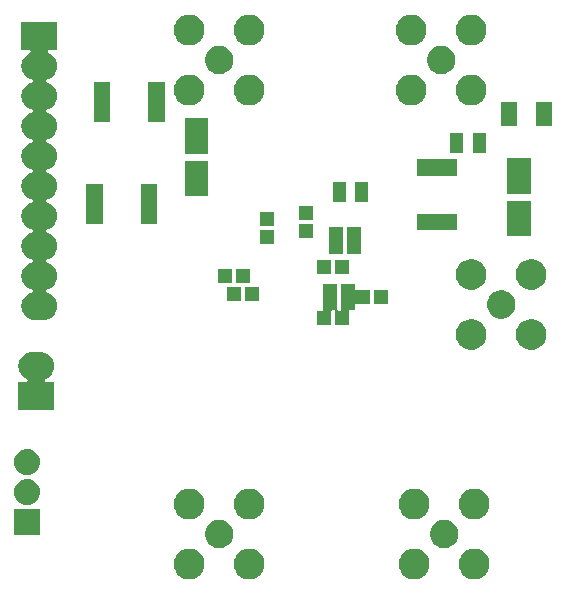
<source format=gbr>
G04 #@! TF.GenerationSoftware,KiCad,Pcbnew,5.0.2-bee76a0~70~ubuntu18.04.1*
G04 #@! TF.CreationDate,2019-01-26T17:59:04+01:00*
G04 #@! TF.ProjectId,adf5355,61646635-3335-4352-9e6b-696361645f70,rev?*
G04 #@! TF.SameCoordinates,Original*
G04 #@! TF.FileFunction,Soldermask,Bot*
G04 #@! TF.FilePolarity,Negative*
%FSLAX46Y46*%
G04 Gerber Fmt 4.6, Leading zero omitted, Abs format (unit mm)*
G04 Created by KiCad (PCBNEW 5.0.2-bee76a0~70~ubuntu18.04.1) date lör 26 jan 2019 17:59:04*
%MOMM*%
%LPD*%
G01*
G04 APERTURE LIST*
%ADD10C,0.100000*%
G04 APERTURE END LIST*
D10*
G36*
X106043196Y-124225958D02*
X106279780Y-124323954D01*
X106492705Y-124466226D01*
X106673774Y-124647295D01*
X106816046Y-124860220D01*
X106914042Y-125096804D01*
X106964000Y-125347960D01*
X106964000Y-125604040D01*
X106914042Y-125855196D01*
X106816046Y-126091780D01*
X106673774Y-126304705D01*
X106492705Y-126485774D01*
X106279780Y-126628046D01*
X106043196Y-126726042D01*
X105792040Y-126776000D01*
X105535960Y-126776000D01*
X105284804Y-126726042D01*
X105048220Y-126628046D01*
X104835295Y-126485774D01*
X104654226Y-126304705D01*
X104511954Y-126091780D01*
X104413958Y-125855196D01*
X104364000Y-125604040D01*
X104364000Y-125347960D01*
X104413958Y-125096804D01*
X104511954Y-124860220D01*
X104654226Y-124647295D01*
X104835295Y-124466226D01*
X105048220Y-124323954D01*
X105284804Y-124225958D01*
X105535960Y-124176000D01*
X105792040Y-124176000D01*
X106043196Y-124225958D01*
X106043196Y-124225958D01*
G37*
G36*
X120013196Y-124225958D02*
X120249780Y-124323954D01*
X120462705Y-124466226D01*
X120643774Y-124647295D01*
X120786046Y-124860220D01*
X120884042Y-125096804D01*
X120934000Y-125347960D01*
X120934000Y-125604040D01*
X120884042Y-125855196D01*
X120786046Y-126091780D01*
X120643774Y-126304705D01*
X120462705Y-126485774D01*
X120249780Y-126628046D01*
X120013196Y-126726042D01*
X119762040Y-126776000D01*
X119505960Y-126776000D01*
X119254804Y-126726042D01*
X119018220Y-126628046D01*
X118805295Y-126485774D01*
X118624226Y-126304705D01*
X118481954Y-126091780D01*
X118383958Y-125855196D01*
X118334000Y-125604040D01*
X118334000Y-125347960D01*
X118383958Y-125096804D01*
X118481954Y-124860220D01*
X118624226Y-124647295D01*
X118805295Y-124466226D01*
X119018220Y-124323954D01*
X119254804Y-124225958D01*
X119505960Y-124176000D01*
X119762040Y-124176000D01*
X120013196Y-124225958D01*
X120013196Y-124225958D01*
G37*
G36*
X125093196Y-124225958D02*
X125329780Y-124323954D01*
X125542705Y-124466226D01*
X125723774Y-124647295D01*
X125866046Y-124860220D01*
X125964042Y-125096804D01*
X126014000Y-125347960D01*
X126014000Y-125604040D01*
X125964042Y-125855196D01*
X125866046Y-126091780D01*
X125723774Y-126304705D01*
X125542705Y-126485774D01*
X125329780Y-126628046D01*
X125093196Y-126726042D01*
X124842040Y-126776000D01*
X124585960Y-126776000D01*
X124334804Y-126726042D01*
X124098220Y-126628046D01*
X123885295Y-126485774D01*
X123704226Y-126304705D01*
X123561954Y-126091780D01*
X123463958Y-125855196D01*
X123414000Y-125604040D01*
X123414000Y-125347960D01*
X123463958Y-125096804D01*
X123561954Y-124860220D01*
X123704226Y-124647295D01*
X123885295Y-124466226D01*
X124098220Y-124323954D01*
X124334804Y-124225958D01*
X124585960Y-124176000D01*
X124842040Y-124176000D01*
X125093196Y-124225958D01*
X125093196Y-124225958D01*
G37*
G36*
X100963196Y-124225958D02*
X101199780Y-124323954D01*
X101412705Y-124466226D01*
X101593774Y-124647295D01*
X101736046Y-124860220D01*
X101834042Y-125096804D01*
X101884000Y-125347960D01*
X101884000Y-125604040D01*
X101834042Y-125855196D01*
X101736046Y-126091780D01*
X101593774Y-126304705D01*
X101412705Y-126485774D01*
X101199780Y-126628046D01*
X100963196Y-126726042D01*
X100712040Y-126776000D01*
X100455960Y-126776000D01*
X100204804Y-126726042D01*
X99968220Y-126628046D01*
X99755295Y-126485774D01*
X99574226Y-126304705D01*
X99431954Y-126091780D01*
X99333958Y-125855196D01*
X99284000Y-125604040D01*
X99284000Y-125347960D01*
X99333958Y-125096804D01*
X99431954Y-124860220D01*
X99574226Y-124647295D01*
X99755295Y-124466226D01*
X99968220Y-124323954D01*
X100204804Y-124225958D01*
X100455960Y-124176000D01*
X100712040Y-124176000D01*
X100963196Y-124225958D01*
X100963196Y-124225958D01*
G37*
G36*
X122524026Y-121782115D02*
X122742412Y-121872573D01*
X122938958Y-122003901D01*
X123106099Y-122171042D01*
X123237427Y-122367588D01*
X123327885Y-122585974D01*
X123374000Y-122817809D01*
X123374000Y-123054191D01*
X123327885Y-123286026D01*
X123237427Y-123504412D01*
X123106099Y-123700958D01*
X122938958Y-123868099D01*
X122742412Y-123999427D01*
X122524026Y-124089885D01*
X122292191Y-124136000D01*
X122055809Y-124136000D01*
X121823974Y-124089885D01*
X121605588Y-123999427D01*
X121409042Y-123868099D01*
X121241901Y-123700958D01*
X121110573Y-123504412D01*
X121020115Y-123286026D01*
X120974000Y-123054191D01*
X120974000Y-122817809D01*
X121020115Y-122585974D01*
X121110573Y-122367588D01*
X121241901Y-122171042D01*
X121409042Y-122003901D01*
X121605588Y-121872573D01*
X121823974Y-121782115D01*
X122055809Y-121736000D01*
X122292191Y-121736000D01*
X122524026Y-121782115D01*
X122524026Y-121782115D01*
G37*
G36*
X103474026Y-121782115D02*
X103692412Y-121872573D01*
X103888958Y-122003901D01*
X104056099Y-122171042D01*
X104187427Y-122367588D01*
X104277885Y-122585974D01*
X104324000Y-122817809D01*
X104324000Y-123054191D01*
X104277885Y-123286026D01*
X104187427Y-123504412D01*
X104056099Y-123700958D01*
X103888958Y-123868099D01*
X103692412Y-123999427D01*
X103474026Y-124089885D01*
X103242191Y-124136000D01*
X103005809Y-124136000D01*
X102773974Y-124089885D01*
X102555588Y-123999427D01*
X102359042Y-123868099D01*
X102191901Y-123700958D01*
X102060573Y-123504412D01*
X101970115Y-123286026D01*
X101924000Y-123054191D01*
X101924000Y-122817809D01*
X101970115Y-122585974D01*
X102060573Y-122367588D01*
X102191901Y-122171042D01*
X102359042Y-122003901D01*
X102555588Y-121872573D01*
X102773974Y-121782115D01*
X103005809Y-121736000D01*
X103242191Y-121736000D01*
X103474026Y-121782115D01*
X103474026Y-121782115D01*
G37*
G36*
X87968000Y-123020000D02*
X85768000Y-123020000D01*
X85768000Y-120820000D01*
X87968000Y-120820000D01*
X87968000Y-123020000D01*
X87968000Y-123020000D01*
G37*
G36*
X125093196Y-119145958D02*
X125329780Y-119243954D01*
X125542705Y-119386226D01*
X125723774Y-119567295D01*
X125866046Y-119780220D01*
X125964042Y-120016804D01*
X126014000Y-120267960D01*
X126014000Y-120524040D01*
X125964042Y-120775196D01*
X125866046Y-121011780D01*
X125723774Y-121224705D01*
X125542705Y-121405774D01*
X125329780Y-121548046D01*
X125093196Y-121646042D01*
X124842040Y-121696000D01*
X124585960Y-121696000D01*
X124334804Y-121646042D01*
X124098220Y-121548046D01*
X123885295Y-121405774D01*
X123704226Y-121224705D01*
X123561954Y-121011780D01*
X123463958Y-120775196D01*
X123414000Y-120524040D01*
X123414000Y-120267960D01*
X123463958Y-120016804D01*
X123561954Y-119780220D01*
X123704226Y-119567295D01*
X123885295Y-119386226D01*
X124098220Y-119243954D01*
X124334804Y-119145958D01*
X124585960Y-119096000D01*
X124842040Y-119096000D01*
X125093196Y-119145958D01*
X125093196Y-119145958D01*
G37*
G36*
X120013196Y-119145958D02*
X120249780Y-119243954D01*
X120462705Y-119386226D01*
X120643774Y-119567295D01*
X120786046Y-119780220D01*
X120884042Y-120016804D01*
X120934000Y-120267960D01*
X120934000Y-120524040D01*
X120884042Y-120775196D01*
X120786046Y-121011780D01*
X120643774Y-121224705D01*
X120462705Y-121405774D01*
X120249780Y-121548046D01*
X120013196Y-121646042D01*
X119762040Y-121696000D01*
X119505960Y-121696000D01*
X119254804Y-121646042D01*
X119018220Y-121548046D01*
X118805295Y-121405774D01*
X118624226Y-121224705D01*
X118481954Y-121011780D01*
X118383958Y-120775196D01*
X118334000Y-120524040D01*
X118334000Y-120267960D01*
X118383958Y-120016804D01*
X118481954Y-119780220D01*
X118624226Y-119567295D01*
X118805295Y-119386226D01*
X119018220Y-119243954D01*
X119254804Y-119145958D01*
X119505960Y-119096000D01*
X119762040Y-119096000D01*
X120013196Y-119145958D01*
X120013196Y-119145958D01*
G37*
G36*
X100963196Y-119145958D02*
X101199780Y-119243954D01*
X101412705Y-119386226D01*
X101593774Y-119567295D01*
X101736046Y-119780220D01*
X101834042Y-120016804D01*
X101884000Y-120267960D01*
X101884000Y-120524040D01*
X101834042Y-120775196D01*
X101736046Y-121011780D01*
X101593774Y-121224705D01*
X101412705Y-121405774D01*
X101199780Y-121548046D01*
X100963196Y-121646042D01*
X100712040Y-121696000D01*
X100455960Y-121696000D01*
X100204804Y-121646042D01*
X99968220Y-121548046D01*
X99755295Y-121405774D01*
X99574226Y-121224705D01*
X99431954Y-121011780D01*
X99333958Y-120775196D01*
X99284000Y-120524040D01*
X99284000Y-120267960D01*
X99333958Y-120016804D01*
X99431954Y-119780220D01*
X99574226Y-119567295D01*
X99755295Y-119386226D01*
X99968220Y-119243954D01*
X100204804Y-119145958D01*
X100455960Y-119096000D01*
X100712040Y-119096000D01*
X100963196Y-119145958D01*
X100963196Y-119145958D01*
G37*
G36*
X106043196Y-119145958D02*
X106279780Y-119243954D01*
X106492705Y-119386226D01*
X106673774Y-119567295D01*
X106816046Y-119780220D01*
X106914042Y-120016804D01*
X106964000Y-120267960D01*
X106964000Y-120524040D01*
X106914042Y-120775196D01*
X106816046Y-121011780D01*
X106673774Y-121224705D01*
X106492705Y-121405774D01*
X106279780Y-121548046D01*
X106043196Y-121646042D01*
X105792040Y-121696000D01*
X105535960Y-121696000D01*
X105284804Y-121646042D01*
X105048220Y-121548046D01*
X104835295Y-121405774D01*
X104654226Y-121224705D01*
X104511954Y-121011780D01*
X104413958Y-120775196D01*
X104364000Y-120524040D01*
X104364000Y-120267960D01*
X104413958Y-120016804D01*
X104511954Y-119780220D01*
X104654226Y-119567295D01*
X104835295Y-119386226D01*
X105048220Y-119243954D01*
X105284804Y-119145958D01*
X105535960Y-119096000D01*
X105792040Y-119096000D01*
X106043196Y-119145958D01*
X106043196Y-119145958D01*
G37*
G36*
X87083639Y-118295916D02*
X87290986Y-118358815D01*
X87290988Y-118358816D01*
X87482084Y-118460958D01*
X87649581Y-118598419D01*
X87787042Y-118765916D01*
X87889184Y-118957012D01*
X87889185Y-118957014D01*
X87952084Y-119164361D01*
X87973322Y-119380000D01*
X87954876Y-119567295D01*
X87952084Y-119595638D01*
X87889184Y-119802988D01*
X87787042Y-119994084D01*
X87649581Y-120161581D01*
X87482084Y-120299042D01*
X87290988Y-120401184D01*
X87290986Y-120401185D01*
X87083639Y-120464084D01*
X86922038Y-120480000D01*
X86813962Y-120480000D01*
X86652361Y-120464084D01*
X86445014Y-120401185D01*
X86445012Y-120401184D01*
X86253916Y-120299042D01*
X86086419Y-120161581D01*
X85948958Y-119994084D01*
X85846816Y-119802988D01*
X85783916Y-119595638D01*
X85781125Y-119567295D01*
X85762678Y-119380000D01*
X85783916Y-119164361D01*
X85846815Y-118957014D01*
X85846816Y-118957012D01*
X85948958Y-118765916D01*
X86086419Y-118598419D01*
X86253916Y-118460958D01*
X86445012Y-118358816D01*
X86445014Y-118358815D01*
X86652361Y-118295916D01*
X86813962Y-118280000D01*
X86922038Y-118280000D01*
X87083639Y-118295916D01*
X87083639Y-118295916D01*
G37*
G36*
X87083639Y-115755916D02*
X87290986Y-115818815D01*
X87290988Y-115818816D01*
X87482084Y-115920958D01*
X87649581Y-116058419D01*
X87787042Y-116225916D01*
X87889184Y-116417012D01*
X87952084Y-116624362D01*
X87973322Y-116840000D01*
X87952084Y-117055638D01*
X87889184Y-117262988D01*
X87787042Y-117454084D01*
X87649581Y-117621581D01*
X87482084Y-117759042D01*
X87290988Y-117861184D01*
X87290986Y-117861185D01*
X87083639Y-117924084D01*
X86922038Y-117940000D01*
X86813962Y-117940000D01*
X86652361Y-117924084D01*
X86445014Y-117861185D01*
X86445012Y-117861184D01*
X86253916Y-117759042D01*
X86086419Y-117621581D01*
X85948958Y-117454084D01*
X85846816Y-117262988D01*
X85783916Y-117055638D01*
X85762678Y-116840000D01*
X85783916Y-116624362D01*
X85846816Y-116417012D01*
X85948958Y-116225916D01*
X86086419Y-116058419D01*
X86253916Y-115920958D01*
X86445012Y-115818816D01*
X86445014Y-115818815D01*
X86652361Y-115755916D01*
X86813962Y-115740000D01*
X86922038Y-115740000D01*
X87083639Y-115755916D01*
X87083639Y-115755916D01*
G37*
G36*
X88024208Y-107515473D02*
X88165241Y-107529363D01*
X88391442Y-107597981D01*
X88391444Y-107597982D01*
X88391447Y-107597983D01*
X88599910Y-107709408D01*
X88782634Y-107859366D01*
X88932592Y-108042090D01*
X89044017Y-108250553D01*
X89044018Y-108250556D01*
X89044019Y-108250558D01*
X89112637Y-108476759D01*
X89135806Y-108712000D01*
X89112637Y-108947241D01*
X89044019Y-109173442D01*
X89044017Y-109173447D01*
X88932592Y-109381910D01*
X88782634Y-109564634D01*
X88599910Y-109714592D01*
X88408766Y-109816760D01*
X88388391Y-109830374D01*
X88371064Y-109847701D01*
X88357450Y-109868075D01*
X88348073Y-109890714D01*
X88343292Y-109914748D01*
X88343292Y-109939252D01*
X88348072Y-109963285D01*
X88357450Y-109985924D01*
X88371064Y-110006299D01*
X88388391Y-110023626D01*
X88408765Y-110037240D01*
X88431404Y-110046617D01*
X88455438Y-110051398D01*
X88467690Y-110052000D01*
X89130000Y-110052000D01*
X89130000Y-112452000D01*
X86130000Y-112452000D01*
X86130000Y-110052000D01*
X86792310Y-110052000D01*
X86816696Y-110049598D01*
X86840145Y-110042485D01*
X86861756Y-110030934D01*
X86880698Y-110015388D01*
X86896244Y-109996446D01*
X86907795Y-109974835D01*
X86914908Y-109951386D01*
X86917310Y-109927000D01*
X86914908Y-109902614D01*
X86907795Y-109879165D01*
X86896244Y-109857554D01*
X86880698Y-109838612D01*
X86861756Y-109823066D01*
X86851234Y-109816760D01*
X86660090Y-109714592D01*
X86477366Y-109564634D01*
X86327408Y-109381910D01*
X86215983Y-109173447D01*
X86215981Y-109173442D01*
X86147363Y-108947241D01*
X86124194Y-108712000D01*
X86147363Y-108476759D01*
X86215981Y-108250558D01*
X86215982Y-108250556D01*
X86215983Y-108250553D01*
X86327408Y-108042090D01*
X86477366Y-107859366D01*
X86660090Y-107709408D01*
X86868553Y-107597983D01*
X86868556Y-107597982D01*
X86868558Y-107597981D01*
X87094759Y-107529363D01*
X87235792Y-107515473D01*
X87271049Y-107512000D01*
X87988951Y-107512000D01*
X88024208Y-107515473D01*
X88024208Y-107515473D01*
G37*
G36*
X129919196Y-104794958D02*
X130155780Y-104892954D01*
X130368705Y-105035226D01*
X130549774Y-105216295D01*
X130692046Y-105429220D01*
X130790042Y-105665804D01*
X130840000Y-105916960D01*
X130840000Y-106173040D01*
X130790042Y-106424196D01*
X130692046Y-106660780D01*
X130549774Y-106873705D01*
X130368705Y-107054774D01*
X130155780Y-107197046D01*
X129919196Y-107295042D01*
X129668040Y-107345000D01*
X129411960Y-107345000D01*
X129160804Y-107295042D01*
X128924220Y-107197046D01*
X128711295Y-107054774D01*
X128530226Y-106873705D01*
X128387954Y-106660780D01*
X128289958Y-106424196D01*
X128240000Y-106173040D01*
X128240000Y-105916960D01*
X128289958Y-105665804D01*
X128387954Y-105429220D01*
X128530226Y-105216295D01*
X128711295Y-105035226D01*
X128924220Y-104892954D01*
X129160804Y-104794958D01*
X129411960Y-104745000D01*
X129668040Y-104745000D01*
X129919196Y-104794958D01*
X129919196Y-104794958D01*
G37*
G36*
X124839196Y-104794958D02*
X125075780Y-104892954D01*
X125288705Y-105035226D01*
X125469774Y-105216295D01*
X125612046Y-105429220D01*
X125710042Y-105665804D01*
X125760000Y-105916960D01*
X125760000Y-106173040D01*
X125710042Y-106424196D01*
X125612046Y-106660780D01*
X125469774Y-106873705D01*
X125288705Y-107054774D01*
X125075780Y-107197046D01*
X124839196Y-107295042D01*
X124588040Y-107345000D01*
X124331960Y-107345000D01*
X124080804Y-107295042D01*
X123844220Y-107197046D01*
X123631295Y-107054774D01*
X123450226Y-106873705D01*
X123307954Y-106660780D01*
X123209958Y-106424196D01*
X123160000Y-106173040D01*
X123160000Y-105916960D01*
X123209958Y-105665804D01*
X123307954Y-105429220D01*
X123450226Y-105216295D01*
X123631295Y-105035226D01*
X123844220Y-104892954D01*
X124080804Y-104794958D01*
X124331960Y-104745000D01*
X124588040Y-104745000D01*
X124839196Y-104794958D01*
X124839196Y-104794958D01*
G37*
G36*
X113134000Y-103948000D02*
X113136402Y-103972386D01*
X113143515Y-103995835D01*
X113155066Y-104017446D01*
X113170612Y-104036388D01*
X113189554Y-104051934D01*
X113211165Y-104063485D01*
X113234614Y-104070598D01*
X113259000Y-104073000D01*
X113309000Y-104073000D01*
X113333386Y-104070598D01*
X113356835Y-104063485D01*
X113378446Y-104051934D01*
X113397388Y-104036388D01*
X113412934Y-104017446D01*
X113424485Y-103995835D01*
X113431598Y-103972386D01*
X113434000Y-103948000D01*
X113434000Y-101787000D01*
X114634000Y-101787000D01*
X114634000Y-102170000D01*
X114636402Y-102194386D01*
X114643515Y-102217835D01*
X114655066Y-102239446D01*
X114670612Y-102258388D01*
X114689554Y-102273934D01*
X114711165Y-102285485D01*
X114734614Y-102292598D01*
X114759000Y-102295000D01*
X115928000Y-102295000D01*
X115928000Y-103445000D01*
X114759000Y-103445000D01*
X114734614Y-103447402D01*
X114711165Y-103454515D01*
X114689554Y-103466066D01*
X114670612Y-103481612D01*
X114655066Y-103500554D01*
X114643515Y-103522165D01*
X114636402Y-103545614D01*
X114634000Y-103570000D01*
X114634000Y-103953000D01*
X114251000Y-103953000D01*
X114226614Y-103955402D01*
X114203165Y-103962515D01*
X114181554Y-103974066D01*
X114162612Y-103989612D01*
X114147066Y-104008554D01*
X114135515Y-104030165D01*
X114128402Y-104053614D01*
X114126000Y-104078000D01*
X114126000Y-105223000D01*
X112926000Y-105223000D01*
X112926000Y-104078000D01*
X112923598Y-104053614D01*
X112916485Y-104030165D01*
X112904934Y-104008554D01*
X112889388Y-103989612D01*
X112870446Y-103974066D01*
X112848835Y-103962515D01*
X112825386Y-103955402D01*
X112801000Y-103953000D01*
X112751000Y-103953000D01*
X112726614Y-103955402D01*
X112703165Y-103962515D01*
X112681554Y-103974066D01*
X112662612Y-103989612D01*
X112647066Y-104008554D01*
X112635515Y-104030165D01*
X112628402Y-104053614D01*
X112626000Y-104078000D01*
X112626000Y-105223000D01*
X111426000Y-105223000D01*
X111426000Y-104073000D01*
X111809000Y-104073000D01*
X111833386Y-104070598D01*
X111856835Y-104063485D01*
X111878446Y-104051934D01*
X111897388Y-104036388D01*
X111912934Y-104017446D01*
X111924485Y-103995835D01*
X111931598Y-103972386D01*
X111934000Y-103948000D01*
X111934000Y-101787000D01*
X113134000Y-101787000D01*
X113134000Y-103948000D01*
X113134000Y-103948000D01*
G37*
G36*
X89384000Y-81972000D02*
X88721690Y-81972000D01*
X88697304Y-81974402D01*
X88673855Y-81981515D01*
X88652244Y-81993066D01*
X88633302Y-82008612D01*
X88617756Y-82027554D01*
X88606205Y-82049165D01*
X88599092Y-82072614D01*
X88596690Y-82097000D01*
X88599092Y-82121386D01*
X88606205Y-82144835D01*
X88617756Y-82166446D01*
X88633302Y-82185388D01*
X88652244Y-82200934D01*
X88662766Y-82207240D01*
X88853910Y-82309408D01*
X89036634Y-82459366D01*
X89186592Y-82642090D01*
X89298017Y-82850553D01*
X89298018Y-82850556D01*
X89298019Y-82850558D01*
X89366637Y-83076759D01*
X89389806Y-83312000D01*
X89366637Y-83547241D01*
X89309346Y-83736101D01*
X89298017Y-83773447D01*
X89186592Y-83981910D01*
X89036634Y-84164634D01*
X88853910Y-84314592D01*
X88645446Y-84426018D01*
X88606034Y-84437973D01*
X88525565Y-84462384D01*
X88502929Y-84471760D01*
X88482555Y-84485374D01*
X88465228Y-84502701D01*
X88451614Y-84523075D01*
X88442236Y-84545714D01*
X88437456Y-84569748D01*
X88437456Y-84594252D01*
X88442236Y-84618285D01*
X88451614Y-84640925D01*
X88465228Y-84661299D01*
X88482555Y-84678626D01*
X88502929Y-84692240D01*
X88525565Y-84701616D01*
X88606034Y-84726027D01*
X88645446Y-84737982D01*
X88853910Y-84849408D01*
X89036634Y-84999366D01*
X89186592Y-85182090D01*
X89298017Y-85390553D01*
X89298018Y-85390556D01*
X89298019Y-85390558D01*
X89366637Y-85616759D01*
X89389806Y-85852000D01*
X89366637Y-86087241D01*
X89298019Y-86313442D01*
X89298017Y-86313447D01*
X89186592Y-86521910D01*
X89036634Y-86704634D01*
X88853910Y-86854592D01*
X88645446Y-86966018D01*
X88606034Y-86977973D01*
X88525565Y-87002384D01*
X88502929Y-87011760D01*
X88482555Y-87025374D01*
X88465228Y-87042701D01*
X88451614Y-87063075D01*
X88442236Y-87085714D01*
X88437456Y-87109748D01*
X88437456Y-87134252D01*
X88442236Y-87158285D01*
X88451614Y-87180925D01*
X88465228Y-87201299D01*
X88482555Y-87218626D01*
X88502929Y-87232240D01*
X88525565Y-87241616D01*
X88606034Y-87266027D01*
X88645446Y-87277982D01*
X88853910Y-87389408D01*
X89036634Y-87539366D01*
X89186592Y-87722090D01*
X89298017Y-87930553D01*
X89298018Y-87930556D01*
X89298019Y-87930558D01*
X89366637Y-88156759D01*
X89389806Y-88392000D01*
X89366637Y-88627241D01*
X89298019Y-88853442D01*
X89298017Y-88853447D01*
X89186592Y-89061910D01*
X89036634Y-89244634D01*
X88853910Y-89394592D01*
X88645446Y-89506018D01*
X88606034Y-89517973D01*
X88525565Y-89542384D01*
X88502929Y-89551760D01*
X88482555Y-89565374D01*
X88465228Y-89582701D01*
X88451614Y-89603075D01*
X88442236Y-89625714D01*
X88437456Y-89649748D01*
X88437456Y-89674252D01*
X88442236Y-89698285D01*
X88451614Y-89720925D01*
X88465228Y-89741299D01*
X88482555Y-89758626D01*
X88502929Y-89772240D01*
X88525565Y-89781616D01*
X88606034Y-89806027D01*
X88645446Y-89817982D01*
X88853910Y-89929408D01*
X89036634Y-90079366D01*
X89186592Y-90262090D01*
X89298017Y-90470553D01*
X89298018Y-90470556D01*
X89298019Y-90470558D01*
X89366637Y-90696759D01*
X89389806Y-90932000D01*
X89366637Y-91167241D01*
X89298019Y-91393442D01*
X89298017Y-91393447D01*
X89186592Y-91601910D01*
X89036634Y-91784634D01*
X88853910Y-91934592D01*
X88645446Y-92046018D01*
X88606034Y-92057973D01*
X88525565Y-92082384D01*
X88502929Y-92091760D01*
X88482555Y-92105374D01*
X88465228Y-92122701D01*
X88451614Y-92143075D01*
X88442236Y-92165714D01*
X88437456Y-92189748D01*
X88437456Y-92214252D01*
X88442236Y-92238285D01*
X88451614Y-92260925D01*
X88465228Y-92281299D01*
X88482555Y-92298626D01*
X88502929Y-92312240D01*
X88525565Y-92321616D01*
X88606034Y-92346027D01*
X88645446Y-92357982D01*
X88853910Y-92469408D01*
X89036634Y-92619366D01*
X89186592Y-92802090D01*
X89298017Y-93010553D01*
X89298018Y-93010556D01*
X89298019Y-93010558D01*
X89366637Y-93236759D01*
X89389806Y-93472000D01*
X89366637Y-93707241D01*
X89298019Y-93933442D01*
X89298017Y-93933447D01*
X89186592Y-94141910D01*
X89036634Y-94324634D01*
X88853910Y-94474592D01*
X88645446Y-94586018D01*
X88606034Y-94597973D01*
X88525565Y-94622384D01*
X88502929Y-94631760D01*
X88482555Y-94645374D01*
X88465228Y-94662701D01*
X88451614Y-94683075D01*
X88442236Y-94705714D01*
X88437456Y-94729748D01*
X88437456Y-94754252D01*
X88442236Y-94778285D01*
X88451614Y-94800925D01*
X88465228Y-94821299D01*
X88482555Y-94838626D01*
X88502929Y-94852240D01*
X88525565Y-94861616D01*
X88606034Y-94886027D01*
X88645446Y-94897982D01*
X88853910Y-95009408D01*
X89036634Y-95159366D01*
X89186592Y-95342090D01*
X89298017Y-95550553D01*
X89298018Y-95550556D01*
X89298019Y-95550558D01*
X89366637Y-95776759D01*
X89389806Y-96012000D01*
X89366637Y-96247241D01*
X89298019Y-96473442D01*
X89298017Y-96473447D01*
X89186592Y-96681910D01*
X89036634Y-96864634D01*
X88853910Y-97014592D01*
X88645446Y-97126018D01*
X88606034Y-97137973D01*
X88525565Y-97162384D01*
X88502929Y-97171760D01*
X88482555Y-97185374D01*
X88465228Y-97202701D01*
X88451614Y-97223075D01*
X88442236Y-97245714D01*
X88437456Y-97269748D01*
X88437456Y-97294252D01*
X88442236Y-97318285D01*
X88451614Y-97340925D01*
X88465228Y-97361299D01*
X88482555Y-97378626D01*
X88502929Y-97392240D01*
X88525565Y-97401616D01*
X88606034Y-97426027D01*
X88645446Y-97437982D01*
X88853910Y-97549408D01*
X89036634Y-97699366D01*
X89186592Y-97882090D01*
X89298017Y-98090553D01*
X89298018Y-98090556D01*
X89298019Y-98090558D01*
X89366637Y-98316759D01*
X89389806Y-98552000D01*
X89366637Y-98787241D01*
X89298019Y-99013442D01*
X89298017Y-99013447D01*
X89186592Y-99221910D01*
X89036634Y-99404634D01*
X88853910Y-99554592D01*
X88645446Y-99666018D01*
X88606034Y-99677973D01*
X88525565Y-99702384D01*
X88502929Y-99711760D01*
X88482555Y-99725374D01*
X88465228Y-99742701D01*
X88451614Y-99763075D01*
X88442236Y-99785714D01*
X88437456Y-99809748D01*
X88437456Y-99834252D01*
X88442236Y-99858285D01*
X88451614Y-99880925D01*
X88465228Y-99901299D01*
X88482555Y-99918626D01*
X88502929Y-99932240D01*
X88525565Y-99941616D01*
X88606034Y-99966027D01*
X88645446Y-99977982D01*
X88853910Y-100089408D01*
X89036634Y-100239366D01*
X89186592Y-100422090D01*
X89298017Y-100630553D01*
X89298018Y-100630556D01*
X89298019Y-100630558D01*
X89366637Y-100856759D01*
X89389806Y-101092000D01*
X89366637Y-101327241D01*
X89298019Y-101553442D01*
X89298017Y-101553447D01*
X89186592Y-101761910D01*
X89036634Y-101944634D01*
X88853910Y-102094592D01*
X88645446Y-102206018D01*
X88606490Y-102217835D01*
X88525565Y-102242384D01*
X88502929Y-102251760D01*
X88482555Y-102265374D01*
X88465228Y-102282701D01*
X88451614Y-102303075D01*
X88442236Y-102325714D01*
X88437456Y-102349748D01*
X88437456Y-102374252D01*
X88442236Y-102398285D01*
X88451614Y-102420925D01*
X88465228Y-102441299D01*
X88482555Y-102458626D01*
X88502929Y-102472240D01*
X88525565Y-102481616D01*
X88606034Y-102506027D01*
X88645446Y-102517982D01*
X88853910Y-102629408D01*
X89036634Y-102779366D01*
X89186592Y-102962090D01*
X89298017Y-103170553D01*
X89298018Y-103170556D01*
X89298019Y-103170558D01*
X89366637Y-103396759D01*
X89389806Y-103632000D01*
X89366637Y-103867241D01*
X89302703Y-104078000D01*
X89298017Y-104093447D01*
X89186592Y-104301910D01*
X89036634Y-104484634D01*
X88853910Y-104634592D01*
X88645447Y-104746017D01*
X88645444Y-104746018D01*
X88645442Y-104746019D01*
X88419241Y-104814637D01*
X88278208Y-104828527D01*
X88242951Y-104832000D01*
X87525049Y-104832000D01*
X87489792Y-104828527D01*
X87348759Y-104814637D01*
X87122558Y-104746019D01*
X87122556Y-104746018D01*
X87122553Y-104746017D01*
X86914090Y-104634592D01*
X86731366Y-104484634D01*
X86581408Y-104301910D01*
X86469983Y-104093447D01*
X86465297Y-104078000D01*
X86401363Y-103867241D01*
X86378194Y-103632000D01*
X86401363Y-103396759D01*
X86469981Y-103170558D01*
X86469982Y-103170556D01*
X86469983Y-103170553D01*
X86581408Y-102962090D01*
X86731366Y-102779366D01*
X86914090Y-102629408D01*
X87122554Y-102517982D01*
X87161966Y-102506027D01*
X87242435Y-102481616D01*
X87265071Y-102472240D01*
X87285445Y-102458626D01*
X87302772Y-102441299D01*
X87316386Y-102420925D01*
X87325764Y-102398286D01*
X87330544Y-102374252D01*
X87330544Y-102349748D01*
X87325764Y-102325715D01*
X87316386Y-102303075D01*
X87302772Y-102282701D01*
X87285445Y-102265374D01*
X87265071Y-102251760D01*
X87242435Y-102242384D01*
X87161510Y-102217835D01*
X87122554Y-102206018D01*
X86914090Y-102094592D01*
X86731366Y-101944634D01*
X86581408Y-101761910D01*
X86469983Y-101553447D01*
X86469981Y-101553442D01*
X86401363Y-101327241D01*
X86378194Y-101092000D01*
X86401363Y-100856759D01*
X86469981Y-100630558D01*
X86469982Y-100630556D01*
X86469983Y-100630553D01*
X86581408Y-100422090D01*
X86731366Y-100239366D01*
X86914090Y-100089408D01*
X87122554Y-99977982D01*
X87161966Y-99966027D01*
X87242435Y-99941616D01*
X87265071Y-99932240D01*
X87285445Y-99918626D01*
X87302772Y-99901299D01*
X87316386Y-99880925D01*
X87325764Y-99858286D01*
X87330544Y-99834252D01*
X87330544Y-99809748D01*
X87325764Y-99785715D01*
X87316386Y-99763075D01*
X87302772Y-99742701D01*
X87285445Y-99725374D01*
X87265071Y-99711760D01*
X87242435Y-99702384D01*
X87161966Y-99677973D01*
X87122554Y-99666018D01*
X86914090Y-99554592D01*
X86731366Y-99404634D01*
X86581408Y-99221910D01*
X86469983Y-99013447D01*
X86469981Y-99013442D01*
X86401363Y-98787241D01*
X86378194Y-98552000D01*
X86401363Y-98316759D01*
X86469981Y-98090558D01*
X86469982Y-98090556D01*
X86469983Y-98090553D01*
X86581408Y-97882090D01*
X86731366Y-97699366D01*
X86914090Y-97549408D01*
X87122554Y-97437982D01*
X87161966Y-97426027D01*
X87242435Y-97401616D01*
X87265071Y-97392240D01*
X87285445Y-97378626D01*
X87302772Y-97361299D01*
X87316386Y-97340925D01*
X87325764Y-97318286D01*
X87330544Y-97294252D01*
X87330544Y-97269748D01*
X87325764Y-97245715D01*
X87316386Y-97223075D01*
X87302772Y-97202701D01*
X87285445Y-97185374D01*
X87265071Y-97171760D01*
X87242435Y-97162384D01*
X87161966Y-97137973D01*
X87122554Y-97126018D01*
X86914090Y-97014592D01*
X86731366Y-96864634D01*
X86581408Y-96681910D01*
X86469983Y-96473447D01*
X86469981Y-96473442D01*
X86401363Y-96247241D01*
X86378194Y-96012000D01*
X86401363Y-95776759D01*
X86469981Y-95550558D01*
X86469982Y-95550556D01*
X86469983Y-95550553D01*
X86581408Y-95342090D01*
X86731366Y-95159366D01*
X86914090Y-95009408D01*
X87122554Y-94897982D01*
X87161966Y-94886027D01*
X87242435Y-94861616D01*
X87265071Y-94852240D01*
X87285445Y-94838626D01*
X87302772Y-94821299D01*
X87316386Y-94800925D01*
X87325764Y-94778286D01*
X87330544Y-94754252D01*
X87330544Y-94729748D01*
X87325764Y-94705715D01*
X87316386Y-94683075D01*
X87302772Y-94662701D01*
X87285445Y-94645374D01*
X87265071Y-94631760D01*
X87242435Y-94622384D01*
X87161966Y-94597973D01*
X87122554Y-94586018D01*
X86914090Y-94474592D01*
X86731366Y-94324634D01*
X86581408Y-94141910D01*
X86469983Y-93933447D01*
X86469981Y-93933442D01*
X86401363Y-93707241D01*
X86378194Y-93472000D01*
X86401363Y-93236759D01*
X86469981Y-93010558D01*
X86469982Y-93010556D01*
X86469983Y-93010553D01*
X86581408Y-92802090D01*
X86731366Y-92619366D01*
X86914090Y-92469408D01*
X87122554Y-92357982D01*
X87161966Y-92346027D01*
X87242435Y-92321616D01*
X87265071Y-92312240D01*
X87285445Y-92298626D01*
X87302772Y-92281299D01*
X87316386Y-92260925D01*
X87325764Y-92238286D01*
X87330544Y-92214252D01*
X87330544Y-92189748D01*
X87325764Y-92165715D01*
X87316386Y-92143075D01*
X87302772Y-92122701D01*
X87285445Y-92105374D01*
X87265071Y-92091760D01*
X87242435Y-92082384D01*
X87161966Y-92057973D01*
X87122554Y-92046018D01*
X86914090Y-91934592D01*
X86731366Y-91784634D01*
X86581408Y-91601910D01*
X86469983Y-91393447D01*
X86469981Y-91393442D01*
X86401363Y-91167241D01*
X86378194Y-90932000D01*
X86401363Y-90696759D01*
X86469981Y-90470558D01*
X86469982Y-90470556D01*
X86469983Y-90470553D01*
X86581408Y-90262090D01*
X86731366Y-90079366D01*
X86914090Y-89929408D01*
X87122554Y-89817982D01*
X87161966Y-89806027D01*
X87242435Y-89781616D01*
X87265071Y-89772240D01*
X87285445Y-89758626D01*
X87302772Y-89741299D01*
X87316386Y-89720925D01*
X87325764Y-89698286D01*
X87330544Y-89674252D01*
X87330544Y-89649748D01*
X87325764Y-89625715D01*
X87316386Y-89603075D01*
X87302772Y-89582701D01*
X87285445Y-89565374D01*
X87265071Y-89551760D01*
X87242435Y-89542384D01*
X87161966Y-89517973D01*
X87122554Y-89506018D01*
X86914090Y-89394592D01*
X86731366Y-89244634D01*
X86581408Y-89061910D01*
X86469983Y-88853447D01*
X86469981Y-88853442D01*
X86401363Y-88627241D01*
X86378194Y-88392000D01*
X86401363Y-88156759D01*
X86469981Y-87930558D01*
X86469982Y-87930556D01*
X86469983Y-87930553D01*
X86581408Y-87722090D01*
X86731366Y-87539366D01*
X86914090Y-87389408D01*
X87122554Y-87277982D01*
X87161966Y-87266027D01*
X87242435Y-87241616D01*
X87265071Y-87232240D01*
X87285445Y-87218626D01*
X87302772Y-87201299D01*
X87316386Y-87180925D01*
X87325764Y-87158286D01*
X87330544Y-87134252D01*
X87330544Y-87109748D01*
X87325764Y-87085715D01*
X87316386Y-87063075D01*
X87302772Y-87042701D01*
X87285445Y-87025374D01*
X87265071Y-87011760D01*
X87242435Y-87002384D01*
X87161966Y-86977973D01*
X87122554Y-86966018D01*
X86914090Y-86854592D01*
X86731366Y-86704634D01*
X86581408Y-86521910D01*
X86469983Y-86313447D01*
X86469981Y-86313442D01*
X86401363Y-86087241D01*
X86378194Y-85852000D01*
X86401363Y-85616759D01*
X86469981Y-85390558D01*
X86469982Y-85390556D01*
X86469983Y-85390553D01*
X86581408Y-85182090D01*
X86731366Y-84999366D01*
X86914090Y-84849408D01*
X87122554Y-84737982D01*
X87161966Y-84726027D01*
X87242435Y-84701616D01*
X87265071Y-84692240D01*
X87285445Y-84678626D01*
X87302772Y-84661299D01*
X87316386Y-84640925D01*
X87325764Y-84618286D01*
X87330544Y-84594252D01*
X87330544Y-84569748D01*
X87325764Y-84545715D01*
X87316386Y-84523075D01*
X87302772Y-84502701D01*
X87285445Y-84485374D01*
X87265071Y-84471760D01*
X87242435Y-84462384D01*
X87161966Y-84437973D01*
X87122554Y-84426018D01*
X86914090Y-84314592D01*
X86731366Y-84164634D01*
X86581408Y-83981910D01*
X86469983Y-83773447D01*
X86458654Y-83736101D01*
X86401363Y-83547241D01*
X86378194Y-83312000D01*
X86401363Y-83076759D01*
X86469981Y-82850558D01*
X86469982Y-82850556D01*
X86469983Y-82850553D01*
X86581408Y-82642090D01*
X86731366Y-82459366D01*
X86914090Y-82309408D01*
X87105234Y-82207240D01*
X87125609Y-82193626D01*
X87142936Y-82176299D01*
X87156550Y-82155925D01*
X87165927Y-82133286D01*
X87170708Y-82109252D01*
X87170708Y-82084748D01*
X87165928Y-82060715D01*
X87156550Y-82038076D01*
X87142936Y-82017701D01*
X87125609Y-82000374D01*
X87105235Y-81986760D01*
X87082596Y-81977383D01*
X87058562Y-81972602D01*
X87046310Y-81972000D01*
X86384000Y-81972000D01*
X86384000Y-79572000D01*
X89384000Y-79572000D01*
X89384000Y-81972000D01*
X89384000Y-81972000D01*
G37*
G36*
X127350026Y-102351115D02*
X127568412Y-102441573D01*
X127764958Y-102572901D01*
X127932099Y-102740042D01*
X128063427Y-102936588D01*
X128153885Y-103154974D01*
X128200000Y-103386809D01*
X128200000Y-103623191D01*
X128153885Y-103855026D01*
X128063427Y-104073412D01*
X127932099Y-104269958D01*
X127764958Y-104437099D01*
X127568412Y-104568427D01*
X127350026Y-104658885D01*
X127118191Y-104705000D01*
X126881809Y-104705000D01*
X126649974Y-104658885D01*
X126431588Y-104568427D01*
X126235042Y-104437099D01*
X126067901Y-104269958D01*
X125936573Y-104073412D01*
X125846115Y-103855026D01*
X125800000Y-103623191D01*
X125800000Y-103386809D01*
X125846115Y-103154974D01*
X125936573Y-102936588D01*
X126067901Y-102740042D01*
X126235042Y-102572901D01*
X126431588Y-102441573D01*
X126649974Y-102351115D01*
X126881809Y-102305000D01*
X127118191Y-102305000D01*
X127350026Y-102351115D01*
X127350026Y-102351115D01*
G37*
G36*
X117428000Y-103445000D02*
X116228000Y-103445000D01*
X116228000Y-102295000D01*
X117428000Y-102295000D01*
X117428000Y-103445000D01*
X117428000Y-103445000D01*
G37*
G36*
X106506000Y-103191000D02*
X105306000Y-103191000D01*
X105306000Y-102041000D01*
X106506000Y-102041000D01*
X106506000Y-103191000D01*
X106506000Y-103191000D01*
G37*
G36*
X105006000Y-103191000D02*
X103806000Y-103191000D01*
X103806000Y-102041000D01*
X105006000Y-102041000D01*
X105006000Y-103191000D01*
X105006000Y-103191000D01*
G37*
G36*
X129919196Y-99714958D02*
X130155780Y-99812954D01*
X130368705Y-99955226D01*
X130549774Y-100136295D01*
X130692046Y-100349220D01*
X130790042Y-100585804D01*
X130840000Y-100836960D01*
X130840000Y-101093040D01*
X130790042Y-101344196D01*
X130692046Y-101580780D01*
X130549774Y-101793705D01*
X130368705Y-101974774D01*
X130155780Y-102117046D01*
X129919196Y-102215042D01*
X129668040Y-102265000D01*
X129411960Y-102265000D01*
X129160804Y-102215042D01*
X128924220Y-102117046D01*
X128711295Y-101974774D01*
X128530226Y-101793705D01*
X128387954Y-101580780D01*
X128289958Y-101344196D01*
X128240000Y-101093040D01*
X128240000Y-100836960D01*
X128289958Y-100585804D01*
X128387954Y-100349220D01*
X128530226Y-100136295D01*
X128711295Y-99955226D01*
X128924220Y-99812954D01*
X129160804Y-99714958D01*
X129411960Y-99665000D01*
X129668040Y-99665000D01*
X129919196Y-99714958D01*
X129919196Y-99714958D01*
G37*
G36*
X124839196Y-99714958D02*
X125075780Y-99812954D01*
X125288705Y-99955226D01*
X125469774Y-100136295D01*
X125612046Y-100349220D01*
X125710042Y-100585804D01*
X125760000Y-100836960D01*
X125760000Y-101093040D01*
X125710042Y-101344196D01*
X125612046Y-101580780D01*
X125469774Y-101793705D01*
X125288705Y-101974774D01*
X125075780Y-102117046D01*
X124839196Y-102215042D01*
X124588040Y-102265000D01*
X124331960Y-102265000D01*
X124080804Y-102215042D01*
X123844220Y-102117046D01*
X123631295Y-101974774D01*
X123450226Y-101793705D01*
X123307954Y-101580780D01*
X123209958Y-101344196D01*
X123160000Y-101093040D01*
X123160000Y-100836960D01*
X123209958Y-100585804D01*
X123307954Y-100349220D01*
X123450226Y-100136295D01*
X123631295Y-99955226D01*
X123844220Y-99812954D01*
X124080804Y-99714958D01*
X124331960Y-99665000D01*
X124588040Y-99665000D01*
X124839196Y-99714958D01*
X124839196Y-99714958D01*
G37*
G36*
X105744000Y-101667000D02*
X104544000Y-101667000D01*
X104544000Y-100517000D01*
X105744000Y-100517000D01*
X105744000Y-101667000D01*
X105744000Y-101667000D01*
G37*
G36*
X104244000Y-101667000D02*
X103044000Y-101667000D01*
X103044000Y-100517000D01*
X104244000Y-100517000D01*
X104244000Y-101667000D01*
X104244000Y-101667000D01*
G37*
G36*
X114126000Y-100905000D02*
X112926000Y-100905000D01*
X112926000Y-99755000D01*
X114126000Y-99755000D01*
X114126000Y-100905000D01*
X114126000Y-100905000D01*
G37*
G36*
X112626000Y-100905000D02*
X111426000Y-100905000D01*
X111426000Y-99755000D01*
X112626000Y-99755000D01*
X112626000Y-100905000D01*
X112626000Y-100905000D01*
G37*
G36*
X113642000Y-98183516D02*
X113639515Y-98188165D01*
X113632402Y-98211614D01*
X113630000Y-98236000D01*
X113630000Y-99254000D01*
X112430000Y-99254000D01*
X112430000Y-98031484D01*
X112432485Y-98026835D01*
X112439598Y-98003386D01*
X112442000Y-97979000D01*
X112442000Y-96961000D01*
X113642000Y-96961000D01*
X113642000Y-98183516D01*
X113642000Y-98183516D01*
G37*
G36*
X115142000Y-98183516D02*
X115139515Y-98188165D01*
X115132402Y-98211614D01*
X115130000Y-98236000D01*
X115130000Y-99254000D01*
X113930000Y-99254000D01*
X113930000Y-98031484D01*
X113932485Y-98026835D01*
X113939598Y-98003386D01*
X113942000Y-97979000D01*
X113942000Y-96961000D01*
X115142000Y-96961000D01*
X115142000Y-98183516D01*
X115142000Y-98183516D01*
G37*
G36*
X107763000Y-98378000D02*
X106613000Y-98378000D01*
X106613000Y-97178000D01*
X107763000Y-97178000D01*
X107763000Y-98378000D01*
X107763000Y-98378000D01*
G37*
G36*
X111065000Y-97870000D02*
X109915000Y-97870000D01*
X109915000Y-96670000D01*
X111065000Y-96670000D01*
X111065000Y-97870000D01*
X111065000Y-97870000D01*
G37*
G36*
X129524000Y-97727900D02*
X127524000Y-97727900D01*
X127524000Y-94727900D01*
X129524000Y-94727900D01*
X129524000Y-97727900D01*
X129524000Y-97727900D01*
G37*
G36*
X123239000Y-97234000D02*
X119839000Y-97234000D01*
X119839000Y-95834000D01*
X123239000Y-95834000D01*
X123239000Y-97234000D01*
X123239000Y-97234000D01*
G37*
G36*
X107763000Y-96878000D02*
X106613000Y-96878000D01*
X106613000Y-95678000D01*
X107763000Y-95678000D01*
X107763000Y-96878000D01*
X107763000Y-96878000D01*
G37*
G36*
X93283000Y-96696000D02*
X91883000Y-96696000D01*
X91883000Y-93296000D01*
X93283000Y-93296000D01*
X93283000Y-96696000D01*
X93283000Y-96696000D01*
G37*
G36*
X97883000Y-96696000D02*
X96483000Y-96696000D01*
X96483000Y-93296000D01*
X97883000Y-93296000D01*
X97883000Y-96696000D01*
X97883000Y-96696000D01*
G37*
G36*
X111065000Y-96370000D02*
X109915000Y-96370000D01*
X109915000Y-95170000D01*
X111065000Y-95170000D01*
X111065000Y-96370000D01*
X111065000Y-96370000D01*
G37*
G36*
X113834000Y-94830000D02*
X112734000Y-94830000D01*
X112734000Y-93130000D01*
X113834000Y-93130000D01*
X113834000Y-94830000D01*
X113834000Y-94830000D01*
G37*
G36*
X115734000Y-94830000D02*
X114634000Y-94830000D01*
X114634000Y-93130000D01*
X115734000Y-93130000D01*
X115734000Y-94830000D01*
X115734000Y-94830000D01*
G37*
G36*
X102219000Y-94337000D02*
X100219000Y-94337000D01*
X100219000Y-91337000D01*
X102219000Y-91337000D01*
X102219000Y-94337000D01*
X102219000Y-94337000D01*
G37*
G36*
X129524000Y-94127900D02*
X127524000Y-94127900D01*
X127524000Y-91127900D01*
X129524000Y-91127900D01*
X129524000Y-94127900D01*
X129524000Y-94127900D01*
G37*
G36*
X123239000Y-92634000D02*
X119839000Y-92634000D01*
X119839000Y-91234000D01*
X123239000Y-91234000D01*
X123239000Y-92634000D01*
X123239000Y-92634000D01*
G37*
G36*
X102219000Y-90737000D02*
X100219000Y-90737000D01*
X100219000Y-87737000D01*
X102219000Y-87737000D01*
X102219000Y-90737000D01*
X102219000Y-90737000D01*
G37*
G36*
X125693300Y-90689800D02*
X124593300Y-90689800D01*
X124593300Y-88989800D01*
X125693300Y-88989800D01*
X125693300Y-90689800D01*
X125693300Y-90689800D01*
G37*
G36*
X123793300Y-90689800D02*
X122693300Y-90689800D01*
X122693300Y-88989800D01*
X123793300Y-88989800D01*
X123793300Y-90689800D01*
X123793300Y-90689800D01*
G37*
G36*
X128347700Y-88376000D02*
X126947700Y-88376000D01*
X126947700Y-86376000D01*
X128347700Y-86376000D01*
X128347700Y-88376000D01*
X128347700Y-88376000D01*
G37*
G36*
X131347700Y-88376000D02*
X129947700Y-88376000D01*
X129947700Y-86376000D01*
X131347700Y-86376000D01*
X131347700Y-88376000D01*
X131347700Y-88376000D01*
G37*
G36*
X98504000Y-88060000D02*
X97104000Y-88060000D01*
X97104000Y-84660000D01*
X98504000Y-84660000D01*
X98504000Y-88060000D01*
X98504000Y-88060000D01*
G37*
G36*
X93904000Y-88060000D02*
X92504000Y-88060000D01*
X92504000Y-84660000D01*
X93904000Y-84660000D01*
X93904000Y-88060000D01*
X93904000Y-88060000D01*
G37*
G36*
X119759196Y-84093958D02*
X119995780Y-84191954D01*
X120208705Y-84334226D01*
X120389774Y-84515295D01*
X120532046Y-84728220D01*
X120630042Y-84964804D01*
X120680000Y-85215960D01*
X120680000Y-85472040D01*
X120630042Y-85723196D01*
X120532046Y-85959780D01*
X120389774Y-86172705D01*
X120208705Y-86353774D01*
X119995780Y-86496046D01*
X119759196Y-86594042D01*
X119508040Y-86644000D01*
X119251960Y-86644000D01*
X119000804Y-86594042D01*
X118764220Y-86496046D01*
X118551295Y-86353774D01*
X118370226Y-86172705D01*
X118227954Y-85959780D01*
X118129958Y-85723196D01*
X118080000Y-85472040D01*
X118080000Y-85215960D01*
X118129958Y-84964804D01*
X118227954Y-84728220D01*
X118370226Y-84515295D01*
X118551295Y-84334226D01*
X118764220Y-84191954D01*
X119000804Y-84093958D01*
X119251960Y-84044000D01*
X119508040Y-84044000D01*
X119759196Y-84093958D01*
X119759196Y-84093958D01*
G37*
G36*
X124839196Y-84093958D02*
X125075780Y-84191954D01*
X125288705Y-84334226D01*
X125469774Y-84515295D01*
X125612046Y-84728220D01*
X125710042Y-84964804D01*
X125760000Y-85215960D01*
X125760000Y-85472040D01*
X125710042Y-85723196D01*
X125612046Y-85959780D01*
X125469774Y-86172705D01*
X125288705Y-86353774D01*
X125075780Y-86496046D01*
X124839196Y-86594042D01*
X124588040Y-86644000D01*
X124331960Y-86644000D01*
X124080804Y-86594042D01*
X123844220Y-86496046D01*
X123631295Y-86353774D01*
X123450226Y-86172705D01*
X123307954Y-85959780D01*
X123209958Y-85723196D01*
X123160000Y-85472040D01*
X123160000Y-85215960D01*
X123209958Y-84964804D01*
X123307954Y-84728220D01*
X123450226Y-84515295D01*
X123631295Y-84334226D01*
X123844220Y-84191954D01*
X124080804Y-84093958D01*
X124331960Y-84044000D01*
X124588040Y-84044000D01*
X124839196Y-84093958D01*
X124839196Y-84093958D01*
G37*
G36*
X106043196Y-84093958D02*
X106279780Y-84191954D01*
X106492705Y-84334226D01*
X106673774Y-84515295D01*
X106816046Y-84728220D01*
X106914042Y-84964804D01*
X106964000Y-85215960D01*
X106964000Y-85472040D01*
X106914042Y-85723196D01*
X106816046Y-85959780D01*
X106673774Y-86172705D01*
X106492705Y-86353774D01*
X106279780Y-86496046D01*
X106043196Y-86594042D01*
X105792040Y-86644000D01*
X105535960Y-86644000D01*
X105284804Y-86594042D01*
X105048220Y-86496046D01*
X104835295Y-86353774D01*
X104654226Y-86172705D01*
X104511954Y-85959780D01*
X104413958Y-85723196D01*
X104364000Y-85472040D01*
X104364000Y-85215960D01*
X104413958Y-84964804D01*
X104511954Y-84728220D01*
X104654226Y-84515295D01*
X104835295Y-84334226D01*
X105048220Y-84191954D01*
X105284804Y-84093958D01*
X105535960Y-84044000D01*
X105792040Y-84044000D01*
X106043196Y-84093958D01*
X106043196Y-84093958D01*
G37*
G36*
X100963196Y-84093958D02*
X101199780Y-84191954D01*
X101412705Y-84334226D01*
X101593774Y-84515295D01*
X101736046Y-84728220D01*
X101834042Y-84964804D01*
X101884000Y-85215960D01*
X101884000Y-85472040D01*
X101834042Y-85723196D01*
X101736046Y-85959780D01*
X101593774Y-86172705D01*
X101412705Y-86353774D01*
X101199780Y-86496046D01*
X100963196Y-86594042D01*
X100712040Y-86644000D01*
X100455960Y-86644000D01*
X100204804Y-86594042D01*
X99968220Y-86496046D01*
X99755295Y-86353774D01*
X99574226Y-86172705D01*
X99431954Y-85959780D01*
X99333958Y-85723196D01*
X99284000Y-85472040D01*
X99284000Y-85215960D01*
X99333958Y-84964804D01*
X99431954Y-84728220D01*
X99574226Y-84515295D01*
X99755295Y-84334226D01*
X99968220Y-84191954D01*
X100204804Y-84093958D01*
X100455960Y-84044000D01*
X100712040Y-84044000D01*
X100963196Y-84093958D01*
X100963196Y-84093958D01*
G37*
G36*
X122270026Y-81650115D02*
X122488412Y-81740573D01*
X122684958Y-81871901D01*
X122852099Y-82039042D01*
X122983427Y-82235588D01*
X123073885Y-82453974D01*
X123120000Y-82685809D01*
X123120000Y-82922191D01*
X123073885Y-83154026D01*
X122983427Y-83372412D01*
X122852099Y-83568958D01*
X122684958Y-83736099D01*
X122488412Y-83867427D01*
X122270026Y-83957885D01*
X122038191Y-84004000D01*
X121801809Y-84004000D01*
X121569974Y-83957885D01*
X121351588Y-83867427D01*
X121155042Y-83736099D01*
X120987901Y-83568958D01*
X120856573Y-83372412D01*
X120766115Y-83154026D01*
X120720000Y-82922191D01*
X120720000Y-82685809D01*
X120766115Y-82453974D01*
X120856573Y-82235588D01*
X120987901Y-82039042D01*
X121155042Y-81871901D01*
X121351588Y-81740573D01*
X121569974Y-81650115D01*
X121801809Y-81604000D01*
X122038191Y-81604000D01*
X122270026Y-81650115D01*
X122270026Y-81650115D01*
G37*
G36*
X103474026Y-81650115D02*
X103692412Y-81740573D01*
X103888958Y-81871901D01*
X104056099Y-82039042D01*
X104187427Y-82235588D01*
X104277885Y-82453974D01*
X104324000Y-82685809D01*
X104324000Y-82922191D01*
X104277885Y-83154026D01*
X104187427Y-83372412D01*
X104056099Y-83568958D01*
X103888958Y-83736099D01*
X103692412Y-83867427D01*
X103474026Y-83957885D01*
X103242191Y-84004000D01*
X103005809Y-84004000D01*
X102773974Y-83957885D01*
X102555588Y-83867427D01*
X102359042Y-83736099D01*
X102191901Y-83568958D01*
X102060573Y-83372412D01*
X101970115Y-83154026D01*
X101924000Y-82922191D01*
X101924000Y-82685809D01*
X101970115Y-82453974D01*
X102060573Y-82235588D01*
X102191901Y-82039042D01*
X102359042Y-81871901D01*
X102555588Y-81740573D01*
X102773974Y-81650115D01*
X103005809Y-81604000D01*
X103242191Y-81604000D01*
X103474026Y-81650115D01*
X103474026Y-81650115D01*
G37*
G36*
X119759196Y-79013958D02*
X119995780Y-79111954D01*
X120208705Y-79254226D01*
X120389774Y-79435295D01*
X120532046Y-79648220D01*
X120630042Y-79884804D01*
X120680000Y-80135960D01*
X120680000Y-80392040D01*
X120630042Y-80643196D01*
X120532046Y-80879780D01*
X120389774Y-81092705D01*
X120208705Y-81273774D01*
X119995780Y-81416046D01*
X119759196Y-81514042D01*
X119508040Y-81564000D01*
X119251960Y-81564000D01*
X119000804Y-81514042D01*
X118764220Y-81416046D01*
X118551295Y-81273774D01*
X118370226Y-81092705D01*
X118227954Y-80879780D01*
X118129958Y-80643196D01*
X118080000Y-80392040D01*
X118080000Y-80135960D01*
X118129958Y-79884804D01*
X118227954Y-79648220D01*
X118370226Y-79435295D01*
X118551295Y-79254226D01*
X118764220Y-79111954D01*
X119000804Y-79013958D01*
X119251960Y-78964000D01*
X119508040Y-78964000D01*
X119759196Y-79013958D01*
X119759196Y-79013958D01*
G37*
G36*
X124839196Y-79013958D02*
X125075780Y-79111954D01*
X125288705Y-79254226D01*
X125469774Y-79435295D01*
X125612046Y-79648220D01*
X125710042Y-79884804D01*
X125760000Y-80135960D01*
X125760000Y-80392040D01*
X125710042Y-80643196D01*
X125612046Y-80879780D01*
X125469774Y-81092705D01*
X125288705Y-81273774D01*
X125075780Y-81416046D01*
X124839196Y-81514042D01*
X124588040Y-81564000D01*
X124331960Y-81564000D01*
X124080804Y-81514042D01*
X123844220Y-81416046D01*
X123631295Y-81273774D01*
X123450226Y-81092705D01*
X123307954Y-80879780D01*
X123209958Y-80643196D01*
X123160000Y-80392040D01*
X123160000Y-80135960D01*
X123209958Y-79884804D01*
X123307954Y-79648220D01*
X123450226Y-79435295D01*
X123631295Y-79254226D01*
X123844220Y-79111954D01*
X124080804Y-79013958D01*
X124331960Y-78964000D01*
X124588040Y-78964000D01*
X124839196Y-79013958D01*
X124839196Y-79013958D01*
G37*
G36*
X100963196Y-79013958D02*
X101199780Y-79111954D01*
X101412705Y-79254226D01*
X101593774Y-79435295D01*
X101736046Y-79648220D01*
X101834042Y-79884804D01*
X101884000Y-80135960D01*
X101884000Y-80392040D01*
X101834042Y-80643196D01*
X101736046Y-80879780D01*
X101593774Y-81092705D01*
X101412705Y-81273774D01*
X101199780Y-81416046D01*
X100963196Y-81514042D01*
X100712040Y-81564000D01*
X100455960Y-81564000D01*
X100204804Y-81514042D01*
X99968220Y-81416046D01*
X99755295Y-81273774D01*
X99574226Y-81092705D01*
X99431954Y-80879780D01*
X99333958Y-80643196D01*
X99284000Y-80392040D01*
X99284000Y-80135960D01*
X99333958Y-79884804D01*
X99431954Y-79648220D01*
X99574226Y-79435295D01*
X99755295Y-79254226D01*
X99968220Y-79111954D01*
X100204804Y-79013958D01*
X100455960Y-78964000D01*
X100712040Y-78964000D01*
X100963196Y-79013958D01*
X100963196Y-79013958D01*
G37*
G36*
X106043196Y-79013958D02*
X106279780Y-79111954D01*
X106492705Y-79254226D01*
X106673774Y-79435295D01*
X106816046Y-79648220D01*
X106914042Y-79884804D01*
X106964000Y-80135960D01*
X106964000Y-80392040D01*
X106914042Y-80643196D01*
X106816046Y-80879780D01*
X106673774Y-81092705D01*
X106492705Y-81273774D01*
X106279780Y-81416046D01*
X106043196Y-81514042D01*
X105792040Y-81564000D01*
X105535960Y-81564000D01*
X105284804Y-81514042D01*
X105048220Y-81416046D01*
X104835295Y-81273774D01*
X104654226Y-81092705D01*
X104511954Y-80879780D01*
X104413958Y-80643196D01*
X104364000Y-80392040D01*
X104364000Y-80135960D01*
X104413958Y-79884804D01*
X104511954Y-79648220D01*
X104654226Y-79435295D01*
X104835295Y-79254226D01*
X105048220Y-79111954D01*
X105284804Y-79013958D01*
X105535960Y-78964000D01*
X105792040Y-78964000D01*
X106043196Y-79013958D01*
X106043196Y-79013958D01*
G37*
M02*

</source>
